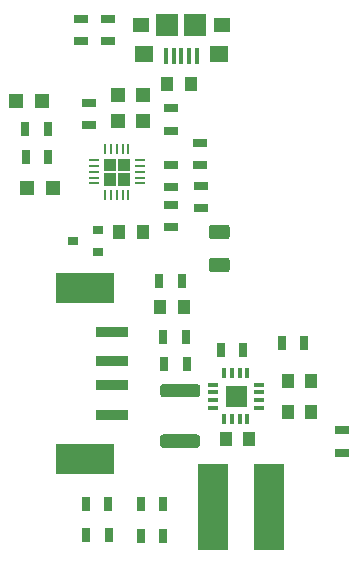
<source format=gtp>
G04 #@! TF.GenerationSoftware,KiCad,Pcbnew,5.1.9-73d0e3b20d~88~ubuntu20.04.1*
G04 #@! TF.CreationDate,2021-04-17T15:17:50-04:00*
G04 #@! TF.ProjectId,Antoinette_PowerBank,416e746f-696e-4657-9474-655f506f7765,rev?*
G04 #@! TF.SameCoordinates,Original*
G04 #@! TF.FileFunction,Paste,Top*
G04 #@! TF.FilePolarity,Positive*
%FSLAX46Y46*%
G04 Gerber Fmt 4.6, Leading zero omitted, Abs format (unit mm)*
G04 Created by KiCad (PCBNEW 5.1.9-73d0e3b20d~88~ubuntu20.04.1) date 2021-04-17 15:17:50*
%MOMM*%
%LPD*%
G01*
G04 APERTURE LIST*
%ADD10C,0.010000*%
%ADD11R,0.700000X1.300000*%
%ADD12R,0.260000X0.810000*%
%ADD13R,0.810000X0.260000*%
%ADD14R,1.300000X0.700000*%
%ADD15R,0.340000X0.810000*%
%ADD16R,0.810000X0.340000*%
%ADD17R,1.000000X1.250000*%
%ADD18R,1.200000X1.200000*%
%ADD19R,0.900000X0.800000*%
%ADD20R,1.900000X1.900000*%
%ADD21R,1.450000X1.300000*%
%ADD22R,1.600000X1.400000*%
%ADD23R,0.400000X1.350000*%
%ADD24R,5.000000X2.500000*%
%ADD25R,2.800000X0.900000*%
%ADD26R,2.590800X7.315200*%
G04 APERTURE END LIST*
D10*
G36*
X81107499Y-46078200D02*
G01*
X80147499Y-46078200D01*
X80147499Y-45118200D01*
X81107499Y-45118200D01*
X81107499Y-46078200D01*
G37*
X81107499Y-46078200D02*
X80147499Y-46078200D01*
X80147499Y-45118200D01*
X81107499Y-45118200D01*
X81107499Y-46078200D01*
G36*
X79887499Y-46078200D02*
G01*
X78927499Y-46078200D01*
X78927499Y-45118200D01*
X79887499Y-45118200D01*
X79887499Y-46078200D01*
G37*
X79887499Y-46078200D02*
X78927499Y-46078200D01*
X78927499Y-45118200D01*
X79887499Y-45118200D01*
X79887499Y-46078200D01*
G36*
X79887499Y-44858200D02*
G01*
X78927499Y-44858200D01*
X78927499Y-43898200D01*
X79887499Y-43898200D01*
X79887499Y-44858200D01*
G37*
X79887499Y-44858200D02*
X78927499Y-44858200D01*
X78927499Y-43898200D01*
X79887499Y-43898200D01*
X79887499Y-44858200D01*
G36*
X81107499Y-44858200D02*
G01*
X80147499Y-44858200D01*
X80147499Y-43898200D01*
X81107499Y-43898200D01*
X81107499Y-44858200D01*
G37*
X81107499Y-44858200D02*
X80147499Y-44858200D01*
X80147499Y-43898200D01*
X81107499Y-43898200D01*
X81107499Y-44858200D01*
G36*
X89252300Y-64853472D02*
G01*
X89252300Y-63147100D01*
X90958672Y-63147100D01*
X90958672Y-64853472D01*
X89252300Y-64853472D01*
G37*
X89252300Y-64853472D02*
X89252300Y-63147100D01*
X90958672Y-63147100D01*
X90958672Y-64853472D01*
X89252300Y-64853472D01*
G36*
G01*
X83943597Y-67238800D02*
X86843603Y-67238800D01*
G75*
G02*
X87093600Y-67488797I0J-249997D01*
G01*
X87093600Y-68113803D01*
G75*
G02*
X86843603Y-68363800I-249997J0D01*
G01*
X83943597Y-68363800D01*
G75*
G02*
X83693600Y-68113803I0J249997D01*
G01*
X83693600Y-67488797D01*
G75*
G02*
X83943597Y-67238800I249997J0D01*
G01*
G37*
G36*
G01*
X83943597Y-62963800D02*
X86843603Y-62963800D01*
G75*
G02*
X87093600Y-63213797I0J-249997D01*
G01*
X87093600Y-63838803D01*
G75*
G02*
X86843603Y-64088800I-249997J0D01*
G01*
X83943597Y-64088800D01*
G75*
G02*
X83693600Y-63838803I0J249997D01*
G01*
X83693600Y-63213797D01*
G75*
G02*
X83943597Y-62963800I249997J0D01*
G01*
G37*
D11*
X74240500Y-43769000D03*
X72340500Y-43769000D03*
X85518100Y-54259200D03*
X83618100Y-54259200D03*
X93994000Y-59529700D03*
X95894000Y-59529700D03*
D12*
X81017499Y-46943200D03*
X80517499Y-46943200D03*
X80017499Y-46943200D03*
X79517499Y-46943200D03*
X79017499Y-46943200D03*
D13*
X78062499Y-45988200D03*
X78062499Y-45488200D03*
X78062499Y-44988200D03*
X78062499Y-44488200D03*
X78062499Y-43988200D03*
D12*
X79017499Y-43033200D03*
X79517499Y-43033200D03*
X80017499Y-43033200D03*
X80517499Y-43033200D03*
X81017499Y-43033200D03*
D13*
X81972499Y-43988200D03*
X81972499Y-44488200D03*
X81972499Y-44988200D03*
X81972499Y-45488200D03*
X81972499Y-45988200D03*
D14*
X84644300Y-39633800D03*
X84644300Y-41533800D03*
X79323000Y-33924000D03*
X79323000Y-32024000D03*
D15*
X89130300Y-65955100D03*
X89780300Y-65955100D03*
X90430300Y-65955100D03*
X91080300Y-65955100D03*
D16*
X92060300Y-64975100D03*
X92060300Y-64325100D03*
X92060300Y-63675100D03*
X92060300Y-63025100D03*
D15*
X91080300Y-62045100D03*
X90430300Y-62045100D03*
X89780300Y-62045100D03*
X89130300Y-62045100D03*
D16*
X88150300Y-63025100D03*
X88150300Y-63675100D03*
X88150300Y-64325100D03*
X88150300Y-64975100D03*
D17*
X85695100Y-56418200D03*
X83695100Y-56418200D03*
X84304700Y-37533300D03*
X86304700Y-37533300D03*
X80240700Y-50106300D03*
X82240700Y-50106300D03*
X94490100Y-65371700D03*
X96490100Y-65371700D03*
X96490100Y-62730100D03*
X94490100Y-62730100D03*
X89250000Y-67600000D03*
X91250000Y-67600000D03*
D18*
X80135800Y-40728800D03*
X80135800Y-38528800D03*
X82256700Y-38536600D03*
X82256700Y-40736600D03*
X74644500Y-46372500D03*
X72444500Y-46372500D03*
X73666600Y-39044600D03*
X71466600Y-39044600D03*
G36*
G01*
X88083300Y-49465600D02*
X89333300Y-49465600D01*
G75*
G02*
X89583300Y-49715600I0J-250000D01*
G01*
X89583300Y-50465600D01*
G75*
G02*
X89333300Y-50715600I-250000J0D01*
G01*
X88083300Y-50715600D01*
G75*
G02*
X87833300Y-50465600I0J250000D01*
G01*
X87833300Y-49715600D01*
G75*
G02*
X88083300Y-49465600I250000J0D01*
G01*
G37*
G36*
G01*
X88083300Y-52265600D02*
X89333300Y-52265600D01*
G75*
G02*
X89583300Y-52515600I0J-250000D01*
G01*
X89583300Y-53265600D01*
G75*
G02*
X89333300Y-53515600I-250000J0D01*
G01*
X88083300Y-53515600D01*
G75*
G02*
X87833300Y-53265600I0J250000D01*
G01*
X87833300Y-52515600D01*
G75*
G02*
X88083300Y-52265600I250000J0D01*
G01*
G37*
D19*
X78404500Y-51831000D03*
X78404500Y-49931000D03*
X76304500Y-50881000D03*
D11*
X79307800Y-73156800D03*
X77407800Y-73156800D03*
X79345900Y-75747600D03*
X77445900Y-75747600D03*
D14*
X84593500Y-44393800D03*
X84593500Y-46293800D03*
X84657000Y-47772000D03*
X84657000Y-49672000D03*
D11*
X88825100Y-60063100D03*
X90725100Y-60063100D03*
D14*
X77697400Y-41048700D03*
X77697400Y-39148700D03*
X77037000Y-32024000D03*
X77037000Y-33924000D03*
X99071500Y-68785500D03*
X99071500Y-66885500D03*
D11*
X85962600Y-61269600D03*
X84062600Y-61269600D03*
X85873700Y-58996300D03*
X83973700Y-58996300D03*
X72277000Y-41356000D03*
X74177000Y-41356000D03*
X83981400Y-73106000D03*
X82081400Y-73106000D03*
X83981400Y-75798400D03*
X82081400Y-75798400D03*
D20*
X84295200Y-32542200D03*
X86695200Y-32542200D03*
D21*
X88920200Y-32542200D03*
X82070200Y-32542200D03*
D22*
X82295200Y-34992200D03*
X88695200Y-34992200D03*
D23*
X84195200Y-35217200D03*
X84845200Y-35217200D03*
X85495200Y-35217200D03*
X86145200Y-35217200D03*
X86795200Y-35217200D03*
D24*
X77367000Y-69307000D03*
X77367000Y-54807000D03*
D25*
X79617000Y-63057000D03*
X79617000Y-58557000D03*
X79617000Y-61057000D03*
X79617000Y-65557000D03*
D26*
X88199800Y-73410800D03*
X92899800Y-73410800D03*
D14*
X87082700Y-42552300D03*
X87082700Y-44452300D03*
X87158900Y-48097200D03*
X87158900Y-46197200D03*
M02*

</source>
